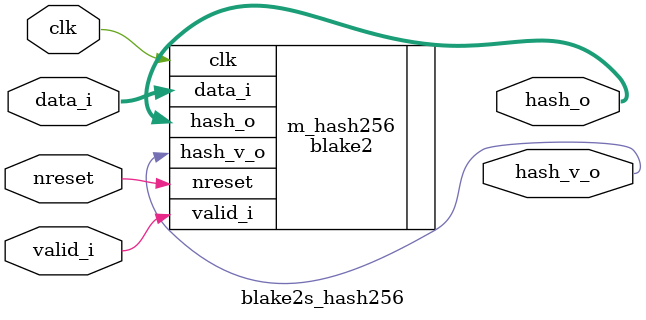
<source format=v>
`timescale 1ns / 1ps
module blake2b_hash512(
	input clk,
	input nreset,
	input          valid_i,
	input [1023:0] data_i,
	output         hash_v_o,
	output [511:0] hash_o // Seed, output of the hast512
	);
	blake2 #( .NN(64), .NN_b(8'b0100_0000)) m_hash512(
		.clk(clk),
		.nreset(nreset),
		.valid_i(valid_i),
		.data_i(data_i),
		.hash_v_o(hash_v_o),
		.hash_o(hash_o)
	);
endmodule

module blake2s_hash256(
	input          clk,
	input 	       nreset,

	input 	       valid_i,
	input  [511:0] data_i,
	output         hash_v_o,
	output [255:0] hash_o
	);
	blake2 #( .NN(32), .NN_b(8'b0010_0000)) m_hash256(
		.clk(clk),
		.nreset(nreset),
		.valid_i(valid_i),
		.data_i(data_i),
		.hash_v_o(hash_v_o),
		.hash_o(hash_o)
	);
endmodule

</source>
